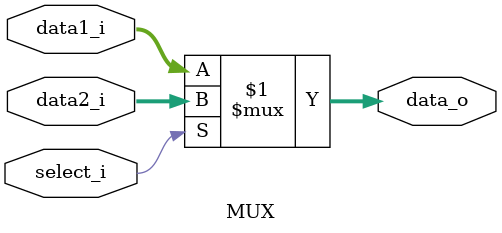
<source format=v>
module MUX(data1_i,data2_i,select_i,data_o);
    input [31:0] data1_i,data2_i;
    input select_i;
    output [31:0] data_o;
    assign data_o = select_i ? data2_i : data1_i;
endmodule

</source>
